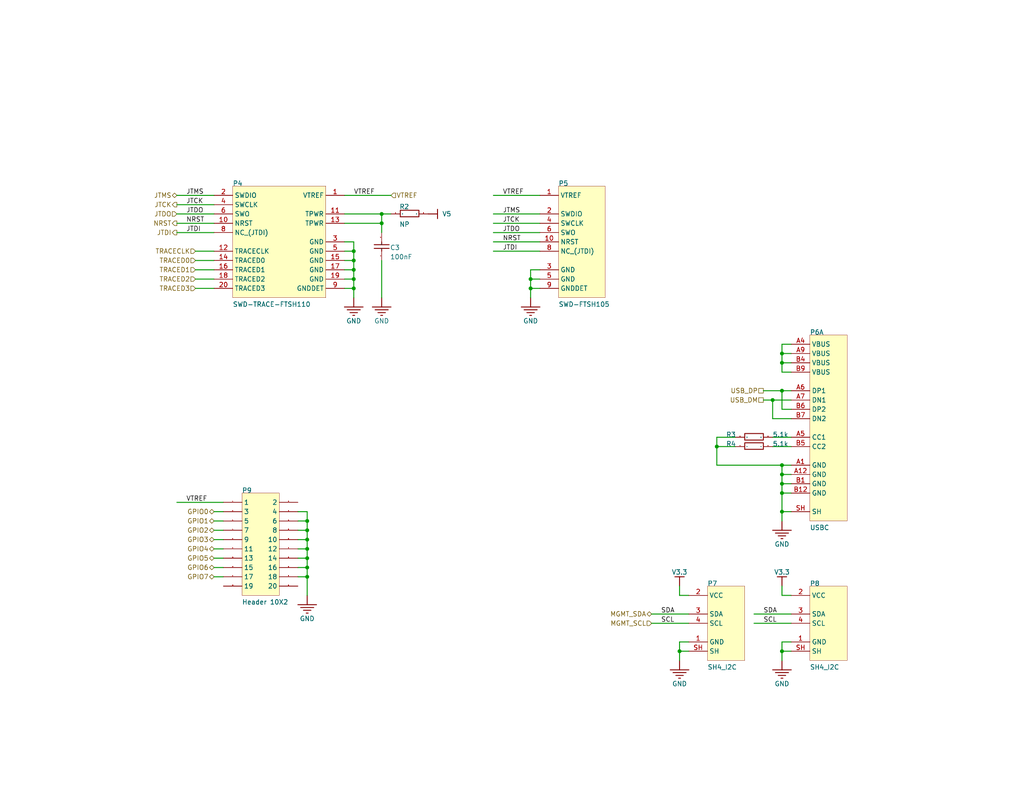
<source format=kicad_sch>
(kicad_sch (version 20231120) (generator "eeschema") (generator_version "7.99")
  (paper "A")
  (lib_symbols
    (symbol "top-altium-import:GND" (power)
      (property "Reference" "#PWR" (at 0 0 0))
      (property "Value" "GND" (at 0 6.35 0))
      (symbol "GND_0_0"
        (polyline (pts (xy -2.54 -2.54) (xy 2.54 -2.54)) (stroke (width 0.254)))
        (polyline (pts (xy -1.778 -3.302) (xy 1.778 -3.302)) (stroke (width 0.254)))
        (polyline (pts (xy -1.016 -4.064) (xy 1.016 -4.064)) (stroke (width 0.254)))
        (polyline (pts (xy -0.254 -4.826) (xy 0.254 -4.826)) (stroke (width 0.254)))
        (polyline (pts (xy 0 0) (xy 0 -2.54)) (stroke (width 0.254)))
        (pin power_in line (at 0 0 0) (length 0) hide (name "GND") (number ""))
      )
    )
    (symbol "top-altium-import:V3.3" (power)
      (property "Reference" "#PWR" (at 0 0 0))
      (property "Value" "V3.3" (at 0 3.81 0))
      (symbol "V3.3_0_0"
        (polyline (pts (xy -1.27 -2.54) (xy 1.27 -2.54)) (stroke (width 0.254)))
        (polyline (pts (xy 0 0) (xy 0 -2.54)) (stroke (width 0.254)))
        (pin power_in line (at 0 0 0) (length 0) hide (name "V3.3") (number ""))
      )
    )
    (symbol "top-altium-import:V5" (power)
      (property "Reference" "#PWR" (at 0 0 0))
      (property "Value" "V5" (at 0 3.81 0))
      (symbol "V5_0_0"
        (polyline (pts (xy -1.27 -2.54) (xy 1.27 -2.54)) (stroke (width 0.254)))
        (polyline (pts (xy 0 0) (xy 0 -2.54)) (stroke (width 0.254)))
        (pin power_in line (at 0 0 0) (length 0) hide (name "V5") (number ""))
      )
    )
    (symbol "top-altium-import:connectors_0_Header 10X2"
      (symbol "connectors_0_Header 10X2_1_0"
        (rectangle (start 10.16 0) (end 0 -27.94) (stroke (width 0.0254) (color 128 0 0 1)) (fill (type background)))
        (pin passive line (at -5.08 -2.54 0) (length 5.08) (name "1") (number "1"))
        (pin passive line (at 15.24 -12.7 180) (length 5.08) (name "10") (number "10"))
        (pin passive line (at -5.08 -15.24 0) (length 5.08) (name "11") (number "11"))
        (pin passive line (at 15.24 -15.24 180) (length 5.08) (name "12") (number "12"))
        (pin passive line (at -5.08 -17.78 0) (length 5.08) (name "13") (number "13"))
        (pin passive line (at 15.24 -17.78 180) (length 5.08) (name "14") (number "14"))
        (pin passive line (at -5.08 -20.32 0) (length 5.08) (name "15") (number "15"))
        (pin passive line (at 15.24 -20.32 180) (length 5.08) (name "16") (number "16"))
        (pin passive line (at -5.08 -22.86 0) (length 5.08) (name "17") (number "17"))
        (pin passive line (at 15.24 -22.86 180) (length 5.08) (name "18") (number "18"))
        (pin passive line (at -5.08 -25.4 0) (length 5.08) (name "19") (number "19"))
        (pin passive line (at 15.24 -2.54 180) (length 5.08) (name "2") (number "2"))
        (pin passive line (at 15.24 -25.4 180) (length 5.08) (name "20") (number "20"))
        (pin passive line (at -5.08 -5.08 0) (length 5.08) (name "3") (number "3"))
        (pin passive line (at 15.24 -5.08 180) (length 5.08) (name "4") (number "4"))
        (pin passive line (at -5.08 -7.62 0) (length 5.08) (name "5") (number "5"))
        (pin passive line (at 15.24 -7.62 180) (length 5.08) (name "6") (number "6"))
        (pin passive line (at -5.08 -10.16 0) (length 5.08) (name "7") (number "7"))
        (pin passive line (at 15.24 -10.16 180) (length 5.08) (name "8") (number "8"))
        (pin passive line (at -5.08 -12.7 0) (length 5.08) (name "9") (number "9"))
      )
    )
    (symbol "top-altium-import:connectors_0_Resistor"
      (symbol "connectors_0_Resistor_1_0"
        (polyline (pts (xy -2.54 -0.762) (xy -2.54 1.016) (xy 2.54 1.016) (xy 2.54 -0.762) (xy -2.54 -0.762)) (stroke (width 0.254)))
        (pin passive line (at -5.08 0 0) (length 2.54) (name "1") (number "1"))
        (pin passive line (at 5.08 0 180) (length 2.54) (name "2") (number "2"))
      )
    )
    (symbol "top-altium-import:connectors_0_SH4_I2C"
      (symbol "connectors_0_SH4_I2C_1_0"
        (rectangle (start 10.16 10.16) (end 0 -10.16) (stroke (width 0.0254) (color 128 0 0 1)) (fill (type background)))
        (pin passive line (at -5.08 -5.08 0) (length 5.08) (name "GND") (number "1"))
        (pin passive line (at -5.08 7.62 0) (length 5.08) (name "VCC") (number "2"))
        (pin passive line (at -5.08 2.54 0) (length 5.08) (name "SDA") (number "3"))
        (pin passive line (at -5.08 0 0) (length 5.08) (name "SCL") (number "4"))
        (pin passive line (at -5.08 -7.62 0) (length 5.08) (name "SH") (number "SH"))
      )
    )
    (symbol "top-altium-import:connectors_0_SWD-FTSH105"
      (symbol "connectors_0_SWD-FTSH105_1_0"
        (rectangle (start 12.7 15.24) (end 0 -15.24) (stroke (width 0.0254) (color 128 0 0 1)) (fill (type background)))
        (pin passive line (at -5.08 12.7 0) (length 5.08) (name "VTREF") (number "1"))
        (pin passive line (at -5.08 0 0) (length 5.08) (name "NRST") (number "10"))
        (pin passive line (at -5.08 7.62 0) (length 5.08) (name "SWDIO") (number "2"))
        (pin passive line (at -5.08 -7.62 0) (length 5.08) (name "GND") (number "3"))
        (pin passive line (at -5.08 5.08 0) (length 5.08) (name "SWCLK") (number "4"))
        (pin passive line (at -5.08 -10.16 0) (length 5.08) (name "GND") (number "5"))
        (pin passive line (at -5.08 2.54 0) (length 5.08) (name "SWO") (number "6"))
        (pin passive line (at -5.08 -2.54 0) (length 5.08) (name "NC_(JTDI)") (number "8"))
        (pin passive line (at -5.08 -12.7 0) (length 5.08) (name "GNDDET") (number "9"))
      )
    )
    (symbol "top-altium-import:connectors_0_SWD-TRACE-FTSH110"
      (symbol "connectors_0_SWD-TRACE-FTSH110_1_0"
        (rectangle (start 12.7 12.7) (end -12.7 -17.78) (stroke (width 0.0254) (color 128 0 0 1)) (fill (type background)))
        (pin passive line (at 17.78 10.16 180) (length 5.08) (name "VTREF") (number "1"))
        (pin passive line (at -17.78 2.54 0) (length 5.08) (name "NRST") (number "10"))
        (pin passive line (at 17.78 5.08 180) (length 5.08) (name "TPWR") (number "11"))
        (pin passive line (at -17.78 -5.08 0) (length 5.08) (name "TRACECLK") (number "12"))
        (pin passive line (at 17.78 2.54 180) (length 5.08) (name "TPWR") (number "13"))
        (pin passive line (at -17.78 -7.62 0) (length 5.08) (name "TRACED0") (number "14"))
        (pin passive line (at 17.78 -7.62 180) (length 5.08) (name "GND") (number "15"))
        (pin passive line (at -17.78 -10.16 0) (length 5.08) (name "TRACED1") (number "16"))
        (pin passive line (at 17.78 -10.16 180) (length 5.08) (name "GND") (number "17"))
        (pin passive line (at -17.78 -12.7 0) (length 5.08) (name "TRACED2") (number "18"))
        (pin passive line (at 17.78 -12.7 180) (length 5.08) (name "GND") (number "19"))
        (pin passive line (at -17.78 10.16 0) (length 5.08) (name "SWDIO") (number "2"))
        (pin passive line (at -17.78 -15.24 0) (length 5.08) (name "TRACED3") (number "20"))
        (pin passive line (at 17.78 -2.54 180) (length 5.08) (name "GND") (number "3"))
        (pin passive line (at -17.78 7.62 0) (length 5.08) (name "SWCLK") (number "4"))
        (pin passive line (at 17.78 -5.08 180) (length 5.08) (name "GND") (number "5"))
        (pin passive line (at -17.78 5.08 0) (length 5.08) (name "SWO") (number "6"))
        (pin passive line (at -17.78 0 0) (length 5.08) (name "NC_(JTDI)") (number "8"))
        (pin passive line (at 17.78 -15.24 180) (length 5.08) (name "GNDDET") (number "9"))
      )
    )
    (symbol "top-altium-import:connectors_0_USBC"
      (symbol "connectors_0_USBC_1_0"
        (rectangle (start 10.16 25.4) (end 0 -25.4) (stroke (width 0.0254) (color 128 0 0 1)) (fill (type background)))
        (pin passive line (at -5.08 -10.16 0) (length 5.08) (name "GND") (number "A1"))
        (pin passive line (at -5.08 -12.7 0) (length 5.08) (name "GND") (number "A12"))
        (pin passive line (at -5.08 22.86 0) (length 5.08) (name "VBUS") (number "A4"))
        (pin passive line (at -5.08 -2.54 0) (length 5.08) (name "CC1") (number "A5"))
        (pin passive line (at -5.08 10.16 0) (length 5.08) (name "DP1") (number "A6"))
        (pin passive line (at -5.08 7.62 0) (length 5.08) (name "DN1") (number "A7"))
        (pin passive line (at -5.08 20.32 0) (length 5.08) (name "VBUS") (number "A9"))
        (pin passive line (at -5.08 -15.24 0) (length 5.08) (name "GND") (number "B1"))
        (pin passive line (at -5.08 -17.78 0) (length 5.08) (name "GND") (number "B12"))
        (pin passive line (at -5.08 17.78 0) (length 5.08) (name "VBUS") (number "B4"))
        (pin passive line (at -5.08 -5.08 0) (length 5.08) (name "CC2") (number "B5"))
        (pin passive line (at -5.08 5.08 0) (length 5.08) (name "DP2") (number "B6"))
        (pin passive line (at -5.08 2.54 0) (length 5.08) (name "DN2") (number "B7"))
        (pin passive line (at -5.08 15.24 0) (length 5.08) (name "VBUS") (number "B9"))
        (pin passive line (at -5.08 -22.86 0) (length 5.08) (name "SH") (number "SH"))
      )
      (symbol "connectors_0_USBC_2_0"
        (rectangle (start 12.7 17.78) (end 0 -20.32) (stroke (width 0.0254) (color 128 0 0 1)) (fill (type background)))
        (pin passive line (at -5.08 -17.78 0) (length 5.08) (name "SSRXN2") (number "A10"))
        (pin passive line (at -5.08 -15.24 0) (length 5.08) (name "SSRXP2") (number "A11"))
        (pin passive line (at -5.08 7.62 0) (length 5.08) (name "SSTXP1") (number "A2"))
        (pin passive line (at -5.08 5.08 0) (length 5.08) (name "SSTXN1") (number "A3"))
        (pin passive line (at -5.08 15.24 0) (length 5.08) (name "SBU1") (number "A8"))
        (pin passive line (at -5.08 -2.54 0) (length 5.08) (name "SSRXN1") (number "B10"))
        (pin passive line (at -5.08 0 0) (length 5.08) (name "SSRXP1") (number "B11"))
        (pin passive line (at -5.08 -7.62 0) (length 5.08) (name "SSTXP2") (number "B2"))
        (pin passive line (at -5.08 -10.16 0) (length 5.08) (name "SSTXN2") (number "B3"))
        (pin passive line (at -5.08 12.7 0) (length 5.08) (name "SBU2") (number "B8"))
      )
    )
    (symbol "top-altium-import:connectors_1_Capacitor"
      (symbol "connectors_1_Capacitor_1_0"
        (polyline (pts (xy -2.032 0.762) (xy 2.032 0.762)) (stroke (width 0.254)))
        (polyline (pts (xy 0 0) (xy 0 0.762)) (stroke (width 0.254)))
        (polyline (pts (xy 0 1.778) (xy 0 2.54)) (stroke (width 0.254)))
        (polyline (pts (xy 2.032 1.778) (xy -2.032 1.778)) (stroke (width 0.254)))
        (pin passive line (at 0 -2.54 90) (length 2.54) (name "1") (number "1"))
        (pin passive line (at 0 5.08 270) (length 2.54) (name "2") (number "2"))
      )
    )
  )
  (junction (at 83.82 152.4))
  (junction (at 83.82 157.48))
  (junction (at 104.14 60.96))
  (junction (at 144.78 76.2))
  (junction (at 185.42 177.8))
  (junction (at 213.36 106.68))
  (junction (at 83.82 144.78))
  (junction (at 83.82 147.32))
  (junction (at 83.82 149.86))
  (junction (at 213.36 127))
  (junction (at 213.36 134.62))
  (junction (at 144.78 78.74))
  (junction (at 96.52 68.58))
  (junction (at 213.36 132.08))
  (junction (at 213.36 96.52))
  (junction (at 96.52 73.66))
  (junction (at 96.52 76.2))
  (junction (at 213.36 177.8))
  (junction (at 195.58 121.92))
  (junction (at 83.82 142.24))
  (junction (at 213.36 139.7))
  (junction (at 96.52 78.74))
  (junction (at 83.82 154.94))
  (junction (at 213.36 99.06))
  (junction (at 96.52 71.12))
  (junction (at 213.36 129.54))
  (junction (at 104.14 58.42))
  (junction (at 210.82 109.22))
  (wire (pts (xy 147.32 76.2) (xy 144.78 76.2)) (stroke (width 0.254)))
  (wire (pts (xy 58.42 149.86) (xy 60.96 149.86)) (stroke (width 0.254)))
  (wire (pts (xy 195.58 119.38) (xy 195.58 121.92)) (stroke (width 0.254)))
  (wire (pts (xy 53.34 71.12) (xy 58.42 71.12)) (stroke (width 0.254)))
  (wire (pts (xy 106.68 53.34) (xy 93.98 53.34)) (stroke (width 0.254)))
  (wire (pts (xy 213.36 160.02) (xy 213.36 162.56)) (stroke (width 0.254)))
  (wire (pts (xy 215.9 134.62) (xy 213.36 134.62)) (stroke (width 0.254)))
  (wire (pts (xy 93.98 73.66) (xy 96.52 73.66)) (stroke (width 0.254)))
  (wire (pts (xy 213.36 127) (xy 215.9 127)) (stroke (width 0.254)))
  (wire (pts (xy 185.42 177.8) (xy 185.42 175.26)) (stroke (width 0.254)))
  (wire (pts (xy 48.26 60.96) (xy 58.42 60.96)) (stroke (width 0.254)))
  (wire (pts (xy 104.14 58.42) (xy 106.68 58.42)) (stroke (width 0.254)))
  (wire (pts (xy 93.98 76.2) (xy 96.52 76.2)) (stroke (width 0.254)))
  (wire (pts (xy 213.36 180.34) (xy 213.36 177.8)) (stroke (width 0.254)))
  (wire (pts (xy 147.32 78.74) (xy 144.78 78.74)) (stroke (width 0.254)))
  (wire (pts (xy 104.14 58.42) (xy 93.98 58.42)) (stroke (width 0.254)))
  (wire (pts (xy 83.82 152.4) (xy 81.28 152.4)) (stroke (width 0.254)))
  (wire (pts (xy 215.9 111.76) (xy 213.36 111.76)) (stroke (width 0.254)))
  (wire (pts (xy 83.82 149.86) (xy 81.28 149.86)) (stroke (width 0.254)))
  (wire (pts (xy 96.52 78.74) (xy 96.52 76.2)) (stroke (width 0.254)))
  (wire (pts (xy 177.8 167.64) (xy 187.96 167.64)) (stroke (width 0.254)))
  (wire (pts (xy 200.66 121.92) (xy 195.58 121.92)) (stroke (width 0.254)))
  (wire (pts (xy 96.52 66.04) (xy 93.98 66.04)) (stroke (width 0.254)))
  (wire (pts (xy 83.82 139.7) (xy 81.28 139.7)) (stroke (width 0.254)))
  (wire (pts (xy 96.52 71.12) (xy 96.52 68.58)) (stroke (width 0.254)))
  (wire (pts (xy 134.62 63.5) (xy 147.32 63.5)) (stroke (width 0.254)))
  (wire (pts (xy 58.42 157.48) (xy 60.96 157.48)) (stroke (width 0.254)))
  (wire (pts (xy 144.78 78.74) (xy 144.78 76.2)) (stroke (width 0.254)))
  (wire (pts (xy 96.52 81.28) (xy 96.52 78.74)) (stroke (width 0.254)))
  (wire (pts (xy 60.96 137.16) (xy 48.26 137.16)) (stroke (width 0.254)))
  (wire (pts (xy 83.82 157.48) (xy 83.82 154.94)) (stroke (width 0.254)))
  (wire (pts (xy 83.82 154.94) (xy 81.28 154.94)) (stroke (width 0.254)))
  (wire (pts (xy 213.36 175.26) (xy 215.9 175.26)) (stroke (width 0.254)))
  (wire (pts (xy 213.36 96.52) (xy 215.9 96.52)) (stroke (width 0.254)))
  (wire (pts (xy 185.42 160.02) (xy 185.42 162.56)) (stroke (width 0.254)))
  (wire (pts (xy 205.74 170.18) (xy 215.9 170.18)) (stroke (width 0.254)))
  (wire (pts (xy 48.26 63.5) (xy 58.42 63.5)) (stroke (width 0.254)))
  (wire (pts (xy 144.78 81.28) (xy 144.78 78.74)) (stroke (width 0.254)))
  (wire (pts (xy 83.82 144.78) (xy 83.82 142.24)) (stroke (width 0.254)))
  (wire (pts (xy 213.36 139.7) (xy 213.36 134.62)) (stroke (width 0.254)))
  (wire (pts (xy 177.8 170.18) (xy 187.96 170.18)) (stroke (width 0.254)))
  (wire (pts (xy 208.28 106.68) (xy 213.36 106.68)) (stroke (width 0.254)))
  (wire (pts (xy 147.32 53.34) (xy 134.62 53.34)) (stroke (width 0.254)))
  (wire (pts (xy 185.42 175.26) (xy 187.96 175.26)) (stroke (width 0.254)))
  (wire (pts (xy 185.42 162.56) (xy 187.96 162.56)) (stroke (width 0.254)))
  (wire (pts (xy 215.9 93.98) (xy 213.36 93.98)) (stroke (width 0.254)))
  (wire (pts (xy 48.26 53.34) (xy 58.42 53.34)) (stroke (width 0.254)))
  (wire (pts (xy 213.36 101.6) (xy 213.36 99.06)) (stroke (width 0.254)))
  (wire (pts (xy 83.82 149.86) (xy 83.82 147.32)) (stroke (width 0.254)))
  (wire (pts (xy 213.36 111.76) (xy 213.36 106.68)) (stroke (width 0.254)))
  (wire (pts (xy 213.36 132.08) (xy 213.36 129.54)) (stroke (width 0.254)))
  (wire (pts (xy 210.82 109.22) (xy 215.9 109.22)) (stroke (width 0.254)))
  (wire (pts (xy 187.96 177.8) (xy 185.42 177.8)) (stroke (width 0.254)))
  (wire (pts (xy 83.82 142.24) (xy 83.82 139.7)) (stroke (width 0.254)))
  (wire (pts (xy 83.82 142.24) (xy 81.28 142.24)) (stroke (width 0.254)))
  (wire (pts (xy 83.82 147.32) (xy 81.28 147.32)) (stroke (width 0.254)))
  (wire (pts (xy 83.82 154.94) (xy 83.82 152.4)) (stroke (width 0.254)))
  (wire (pts (xy 144.78 73.66) (xy 147.32 73.66)) (stroke (width 0.254)))
  (wire (pts (xy 215.9 129.54) (xy 213.36 129.54)) (stroke (width 0.254)))
  (wire (pts (xy 134.62 66.04) (xy 147.32 66.04)) (stroke (width 0.254)))
  (wire (pts (xy 93.98 60.96) (xy 104.14 60.96)) (stroke (width 0.254)))
  (wire (pts (xy 83.82 162.56) (xy 83.82 157.48)) (stroke (width 0.254)))
  (wire (pts (xy 83.82 157.48) (xy 81.28 157.48)) (stroke (width 0.254)))
  (wire (pts (xy 53.34 76.2) (xy 58.42 76.2)) (stroke (width 0.254)))
  (wire (pts (xy 213.36 177.8) (xy 213.36 175.26)) (stroke (width 0.254)))
  (wire (pts (xy 210.82 119.38) (xy 215.9 119.38)) (stroke (width 0.254)))
  (wire (pts (xy 213.36 99.06) (xy 213.36 96.52)) (stroke (width 0.254)))
  (wire (pts (xy 215.9 101.6) (xy 213.36 101.6)) (stroke (width 0.254)))
  (wire (pts (xy 96.52 73.66) (xy 96.52 71.12)) (stroke (width 0.254)))
  (wire (pts (xy 213.36 132.08) (xy 215.9 132.08)) (stroke (width 0.254)))
  (wire (pts (xy 58.42 147.32) (xy 60.96 147.32)) (stroke (width 0.254)))
  (wire (pts (xy 134.62 58.42) (xy 147.32 58.42)) (stroke (width 0.254)))
  (wire (pts (xy 134.62 68.58) (xy 147.32 68.58)) (stroke (width 0.254)))
  (wire (pts (xy 215.9 121.92) (xy 210.82 121.92)) (stroke (width 0.254)))
  (wire (pts (xy 58.42 142.24) (xy 60.96 142.24)) (stroke (width 0.254)))
  (wire (pts (xy 93.98 71.12) (xy 96.52 71.12)) (stroke (width 0.254)))
  (wire (pts (xy 213.36 106.68) (xy 215.9 106.68)) (stroke (width 0.254)))
  (wire (pts (xy 104.14 60.96) (xy 104.14 63.5)) (stroke (width 0.254)))
  (wire (pts (xy 93.98 68.58) (xy 96.52 68.58)) (stroke (width 0.254)))
  (wire (pts (xy 213.36 129.54) (xy 213.36 127)) (stroke (width 0.254)))
  (wire (pts (xy 58.42 144.78) (xy 60.96 144.78)) (stroke (width 0.254)))
  (wire (pts (xy 53.34 78.74) (xy 58.42 78.74)) (stroke (width 0.254)))
  (wire (pts (xy 83.82 152.4) (xy 83.82 149.86)) (stroke (width 0.254)))
  (wire (pts (xy 58.42 154.94) (xy 60.96 154.94)) (stroke (width 0.254)))
  (wire (pts (xy 213.36 93.98) (xy 213.36 96.52)) (stroke (width 0.254)))
  (wire (pts (xy 48.26 58.42) (xy 58.42 58.42)) (stroke (width 0.254)))
  (wire (pts (xy 58.42 152.4) (xy 60.96 152.4)) (stroke (width 0.254)))
  (wire (pts (xy 208.28 109.22) (xy 210.82 109.22)) (stroke (width 0.254)))
  (wire (pts (xy 195.58 121.92) (xy 195.58 127)) (stroke (width 0.254)))
  (wire (pts (xy 213.36 162.56) (xy 215.9 162.56)) (stroke (width 0.254)))
  (wire (pts (xy 200.66 119.38) (xy 195.58 119.38)) (stroke (width 0.254)))
  (wire (pts (xy 185.42 180.34) (xy 185.42 177.8)) (stroke (width 0.254)))
  (wire (pts (xy 48.26 55.88) (xy 58.42 55.88)) (stroke (width 0.254)))
  (wire (pts (xy 210.82 114.3) (xy 210.82 109.22)) (stroke (width 0.254)))
  (wire (pts (xy 215.9 177.8) (xy 213.36 177.8)) (stroke (width 0.254)))
  (wire (pts (xy 83.82 147.32) (xy 83.82 144.78)) (stroke (width 0.254)))
  (wire (pts (xy 104.14 81.28) (xy 104.14 71.12)) (stroke (width 0.254)))
  (wire (pts (xy 134.62 60.96) (xy 147.32 60.96)) (stroke (width 0.254)))
  (wire (pts (xy 96.52 76.2) (xy 96.52 73.66)) (stroke (width 0.254)))
  (wire (pts (xy 205.74 167.64) (xy 215.9 167.64)) (stroke (width 0.254)))
  (wire (pts (xy 58.42 139.7) (xy 60.96 139.7)) (stroke (width 0.254)))
  (wire (pts (xy 96.52 68.58) (xy 96.52 66.04)) (stroke (width 0.254)))
  (wire (pts (xy 83.82 144.78) (xy 81.28 144.78)) (stroke (width 0.254)))
  (wire (pts (xy 215.9 99.06) (xy 213.36 99.06)) (stroke (width 0.254)))
  (wire (pts (xy 53.34 73.66) (xy 58.42 73.66)) (stroke (width 0.254)))
  (wire (pts (xy 144.78 76.2) (xy 144.78 73.66)) (stroke (width 0.254)))
  (wire (pts (xy 213.36 142.24) (xy 213.36 139.7)) (stroke (width 0.254)))
  (wire (pts (xy 195.58 127) (xy 213.36 127)) (stroke (width 0.254)))
  (wire (pts (xy 213.36 139.7) (xy 215.9 139.7)) (stroke (width 0.254)))
  (wire (pts (xy 53.34 68.58) (xy 58.42 68.58)) (stroke (width 0.254)))
  (wire (pts (xy 213.36 134.62) (xy 213.36 132.08)) (stroke (width 0.254)))
  (wire (pts (xy 104.14 60.96) (xy 104.14 58.42)) (stroke (width 0.254)))
  (wire (pts (xy 93.98 78.74) (xy 96.52 78.74)) (stroke (width 0.254)))
  (wire (pts (xy 215.9 114.3) (xy 210.82 114.3)) (stroke (width 0.254)))
  (label "JTDO" (at 50.8 58.42 0))
  (label "SDA" (at 180.34 167.64 0))
  (label "VTREF" (at 50.8 137.16 0))
  (label "SDA" (at 208.28 167.64 0))
  (label "JTMS" (at 137.16 58.42 0))
  (label "JTCK" (at 50.8 55.88 0))
  (label "SCL" (at 180.34 170.18 0))
  (label "VTREF" (at 137.16 53.34 0))
  (label "SCL" (at 208.28 170.18 0))
  (label "NRST" (at 50.8 60.96 0))
  (label "NRST" (at 137.16 66.04 0))
  (label "JTMS" (at 50.8 53.34 0))
  (label "JTDI" (at 137.16 68.58 0))
  (label "JTDI" (at 50.8 63.5 0))
  (label "VTREF" (at 96.52 53.34 0))
  (label "JTDO" (at 137.16 63.5 0))
  (label "JTCK" (at 137.16 60.96 0))
  (hierarchical_label "VTREF" (shape input) (at 106.68 53.34 0))
  (hierarchical_label "GPIO4" (shape bidirectional) (at 58.42 149.86 180))
  (hierarchical_label "TRACED2" (shape input) (at 53.34 76.2 180))
  (hierarchical_label "JTMS" (shape bidirectional) (at 48.26 53.34 180))
  (hierarchical_label "NRST" (shape output) (at 48.26 60.96 180))
  (hierarchical_label "GPIO6" (shape bidirectional) (at 58.42 154.94 180))
  (hierarchical_label "USB_DP" (shape passive) (at 208.28 106.68 180))
  (hierarchical_label "MGMT_SCL" (shape input) (at 177.8 170.18 180))
  (hierarchical_label "GPIO2" (shape bidirectional) (at 58.42 144.78 180))
  (hierarchical_label "TRACECLK" (shape input) (at 53.34 68.58 180))
  (hierarchical_label "GPIO0" (shape bidirectional) (at 58.42 139.7 180))
  (hierarchical_label "USB_DM" (shape passive) (at 208.28 109.22 180))
  (hierarchical_label "GPIO1" (shape bidirectional) (at 58.42 142.24 180))
  (hierarchical_label "TRACED3" (shape input) (at 53.34 78.74 180))
  (hierarchical_label "TRACED0" (shape input) (at 53.34 71.12 180))
  (hierarchical_label "MGMT_SDA" (shape bidirectional) (at 177.8 167.64 180))
  (hierarchical_label "JTDO" (shape input) (at 48.26 58.42 180))
  (hierarchical_label "GPIO3" (shape bidirectional) (at 58.42 147.32 180))
  (hierarchical_label "JTCK" (shape output) (at 48.26 55.88 180))
  (hierarchical_label "GPIO5" (shape bidirectional) (at 58.42 152.4 180))
  (hierarchical_label "GPIO7" (shape bidirectional) (at 58.42 157.48 180))
  (hierarchical_label "TRACED1" (shape input) (at 53.34 73.66 180))
  (hierarchical_label "JTDI" (shape output) (at 48.26 63.5 180))
  (symbol (lib_id "top-altium-import:GND") (at 96.52 81.28 0) (unit 1)
    (property "Reference" "#PWR?" (effects (hide yes)))
    (property "Value" "GND" (at 96.52 87.63 0))
  )
  (symbol (lib_id "top-altium-import:GND") (at 213.36 142.24 0) (unit 1)
    (property "Reference" "#PWR?" (effects (hide yes)))
    (property "Value" "GND" (at 213.36 148.59 0))
  )
  (symbol (lib_id "top-altium-import:GND") (at 144.78 81.28 0) (unit 1)
    (property "Reference" "#PWR?" (effects (hide yes)))
    (property "Value" "GND" (at 144.78 87.63 0))
  )
  (symbol (lib_id "top-altium-import:connectors_1_Capacitor") (at 104.14 68.58 0) (unit 1)
    (property "Reference" "C3" (at 106.426 68.326 0) (effects (justify left bottom)))
    (property "Value" "${ALTIUM_VALUE}" (at 106.426 70.866 0) (effects (justify left bottom)))
    (property "Footprint" "0402" (effects (hide yes)))
    (property "ALTIUM_VALUE" "100nF" (effects (hide yes)))
  )
  (symbol (lib_id "top-altium-import:connectors_0_SH4_I2C") (at 220.98 170.18 0) (unit 1)
    (property "Reference" "P8" (at 220.98 160.02 0) (effects (justify left bottom)))
    (property "Value" "SH4_I2C" (at 220.98 182.88 0) (effects (justify left bottom)))
    (property "Footprint" "SM04B" (effects (hide yes)))
  )
  (symbol (lib_id "top-altium-import:connectors_0_Resistor") (at 205.74 119.38 0) (unit 1)
    (property "Reference" "R3" (at 198.12 119.38 0) (effects (justify left bottom)))
    (property "Value" "${ALTIUM_VALUE}" (at 210.82 119.38 0) (effects (justify left bottom)))
    (property "Footprint" "0402" (effects (hide yes)))
    (property "ALTIUM_VALUE" "5.1k" (effects (hide yes)))
  )
  (symbol (lib_id "top-altium-import:connectors_0_Header 10X2") (at 66.04 134.62 0) (unit 1)
    (property "Reference" "P9" (at 66.04 134.62 0) (effects (justify left bottom)))
    (property "Value" "Header 10X2" (at 66.04 165.1 0) (effects (justify left bottom)))
    (property "Footprint" "HDR2X10" (effects (hide yes)))
    (property "LATESTREVISIONDATE" "17-Jul-2002" (effects (hide yes)))
    (property "LATESTREVISIONNOTE" "Re-released for DXP Platform." (effects (hide yes)))
    (property "PUBLISHER" "Altium Limited" (effects (hide yes)))
  )
  (symbol (lib_id "top-altium-import:connectors_0_SH4_I2C") (at 193.04 170.18 0) (unit 1)
    (property "Reference" "P7" (at 193.04 160.02 0) (effects (justify left bottom)))
    (property "Value" "SH4_I2C" (at 193.04 182.88 0) (effects (justify left bottom)))
    (property "Footprint" "SM04B" (effects (hide yes)))
  )
  (symbol (lib_id "top-altium-import:connectors_0_Resistor") (at 111.76 58.42 0) (unit 1)
    (property "Reference" "R2" (at 108.966 57.15 0) (effects (justify left bottom)))
    (property "Value" "${ALTIUM_VALUE}" (at 108.966 61.976 0) (effects (justify left bottom)))
    (property "Footprint" "0402" (effects (hide yes)))
    (property "ALTIUM_VALUE" "NP" (effects (hide yes)))
  )
  (symbol (lib_id "top-altium-import:connectors_0_SWD-TRACE-FTSH110") (at 76.2 63.5 0) (unit 1)
    (property "Reference" "P4" (at 63.5 50.8 0) (effects (justify left bottom)))
    (property "Value" "SWD-TRACE-FTSH110" (at 63.5 83.82 0) (effects (justify left bottom)))
    (property "Footprint" "FTSH110" (effects (hide yes)))
  )
  (symbol (lib_id "top-altium-import:GND") (at 213.36 180.34 0) (unit 1)
    (property "Reference" "#PWR?" (effects (hide yes)))
    (property "Value" "GND" (at 213.36 186.69 0))
  )
  (symbol (lib_id "top-altium-import:connectors_0_Resistor") (at 205.74 121.92 0) (unit 1)
    (property "Reference" "R4" (at 198.12 121.92 0) (effects (justify left bottom)))
    (property "Value" "${ALTIUM_VALUE}" (at 210.82 121.92 0) (effects (justify left bottom)))
    (property "Footprint" "0402" (effects (hide yes)))
    (property "ALTIUM_VALUE" "5.1k" (effects (hide yes)))
  )
  (symbol (lib_id "top-altium-import:V3.3") (at 213.36 160.02 180) (unit 1)
    (property "Reference" "#PWR?" (effects (hide yes)))
    (property "Value" "V3.3" (at 213.36 156.21 0))
  )
  (symbol (lib_id "top-altium-import:GND") (at 104.14 81.28 0) (unit 1)
    (property "Reference" "#PWR?" (effects (hide yes)))
    (property "Value" "GND" (at 104.14 87.63 0))
  )
  (symbol (lib_id "top-altium-import:connectors_0_USBC") (at 220.98 116.84 0) (unit 1)
    (property "Reference" "P6" (at 220.98 91.44 0) (effects (justify left bottom)))
    (property "Value" "USBC" (at 220.98 144.78 0) (effects (justify left bottom)))
    (property "Footprint" "U262-161N-4BVC11" (effects (hide yes)))
  )
  (symbol (lib_id "top-altium-import:connectors_0_SWD-FTSH105") (at 152.4 66.04 0) (unit 1)
    (property "Reference" "P5" (at 152.4 50.8 0) (effects (justify left bottom)))
    (property "Value" "SWD-FTSH105" (at 152.4 83.82 0) (effects (justify left bottom)))
    (property "Footprint" "FTSH105" (effects (hide yes)))
  )
  (symbol (lib_id "top-altium-import:GND") (at 185.42 180.34 0) (unit 1)
    (property "Reference" "#PWR?" (effects (hide yes)))
    (property "Value" "GND" (at 185.42 186.69 0))
  )
  (symbol (lib_id "top-altium-import:V5") (at 116.84 58.42 90) (unit 1)
    (property "Reference" "#PWR?" (effects (hide yes)))
    (property "Value" "V5" (at 120.65 58.42 90) (effects (justify right)))
  )
  (symbol (lib_id "top-altium-import:GND") (at 83.82 162.56 0) (unit 1)
    (property "Reference" "#PWR?" (effects (hide yes)))
    (property "Value" "GND" (at 83.82 168.91 0))
  )
  (symbol (lib_id "top-altium-import:V3.3") (at 185.42 160.02 180) (unit 1)
    (property "Reference" "#PWR?" (effects (hide yes)))
    (property "Value" "V3.3" (at 185.42 156.21 0))
  )
)
</source>
